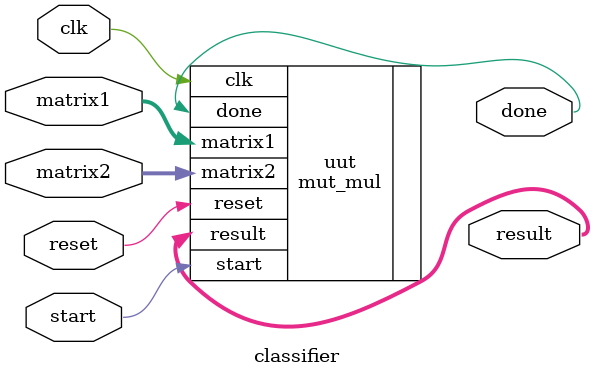
<source format=v>
module classifier #(
    parameter DATA_WIDTH = 16,
    parameter COL = 2,
    parameter ROW = 271
)(
    input clk,
    input reset,
    input start,
    input [COL*DATA_WIDTH-1:0] matrix1,
    input [COL*ROW*DATA_WIDTH-1:0] matrix2,
    output wire [ROW*DATA_WIDTH-1:0] result,
    output wire done
);


 mut_mul #(
        .DATA_WIDTH(DATA_WIDTH),
        .COL(COL),
        .ROW(ROW))
    uut (
        .clk(clk),
        .reset(reset),
         .start(start),
        .matrix1(matrix1),
        .matrix2(matrix2),
        .result(result),
        .done(done)
    );
endmodule
</source>
